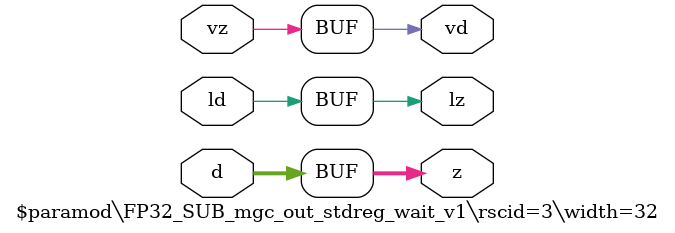
<source format=v>
module \$paramod\FP32_SUB_mgc_out_stdreg_wait_v1\rscid=3\width=32 (ld, vd, d, lz, vz, z);
  (* src = "./vmod/vlibs/HLS_fp32_sub.v:47" *)
  input [31:0] d;
  (* src = "./vmod/vlibs/HLS_fp32_sub.v:45" *)
  input ld;
  (* src = "./vmod/vlibs/HLS_fp32_sub.v:48" *)
  output lz;
  (* src = "./vmod/vlibs/HLS_fp32_sub.v:46" *)
  output vd;
  (* src = "./vmod/vlibs/HLS_fp32_sub.v:49" *)
  input vz;
  (* src = "./vmod/vlibs/HLS_fp32_sub.v:50" *)
  output [31:0] z;
  assign lz = ld;
  assign vd = vz;
  assign z = d;
endmodule

</source>
